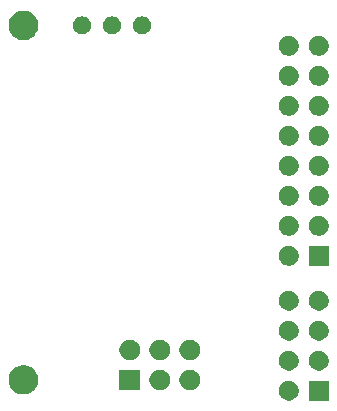
<source format=gbr>
G04 #@! TF.GenerationSoftware,KiCad,Pcbnew,5.1.5+dfsg1-2build2*
G04 #@! TF.CreationDate,2021-03-05T11:50:16+01:00*
G04 #@! TF.ProjectId,buttons,62757474-6f6e-4732-9e6b-696361645f70,rev?*
G04 #@! TF.SameCoordinates,Original*
G04 #@! TF.FileFunction,Soldermask,Bot*
G04 #@! TF.FilePolarity,Negative*
%FSLAX46Y46*%
G04 Gerber Fmt 4.6, Leading zero omitted, Abs format (unit mm)*
G04 Created by KiCad (PCBNEW 5.1.5+dfsg1-2build2) date 2021-03-05 11:50:16*
%MOMM*%
%LPD*%
G04 APERTURE LIST*
%ADD10C,0.100000*%
G04 APERTURE END LIST*
D10*
G36*
X227850000Y-122770000D02*
G01*
X226150000Y-122770000D01*
X226150000Y-121070000D01*
X227850000Y-121070000D01*
X227850000Y-122770000D01*
G37*
G36*
X224707935Y-121102664D02*
G01*
X224862624Y-121166739D01*
X224862626Y-121166740D01*
X225001844Y-121259762D01*
X225120238Y-121378156D01*
X225213260Y-121517374D01*
X225213261Y-121517376D01*
X225277336Y-121672065D01*
X225310000Y-121836281D01*
X225310000Y-122003719D01*
X225277336Y-122167935D01*
X225243343Y-122250000D01*
X225213260Y-122322626D01*
X225120238Y-122461844D01*
X225001844Y-122580238D01*
X224862626Y-122673260D01*
X224862625Y-122673261D01*
X224862624Y-122673261D01*
X224707935Y-122737336D01*
X224543719Y-122770000D01*
X224376281Y-122770000D01*
X224212065Y-122737336D01*
X224057376Y-122673261D01*
X224057375Y-122673261D01*
X224057374Y-122673260D01*
X223918156Y-122580238D01*
X223799762Y-122461844D01*
X223706740Y-122322626D01*
X223676657Y-122250000D01*
X223642664Y-122167935D01*
X223610000Y-122003719D01*
X223610000Y-121836281D01*
X223642664Y-121672065D01*
X223706739Y-121517376D01*
X223706740Y-121517374D01*
X223799762Y-121378156D01*
X223918156Y-121259762D01*
X224057374Y-121166740D01*
X224057376Y-121166739D01*
X224212065Y-121102664D01*
X224376281Y-121070000D01*
X224543719Y-121070000D01*
X224707935Y-121102664D01*
G37*
G36*
X202364610Y-119798036D02*
G01*
X202592095Y-119892264D01*
X202592097Y-119892265D01*
X202636365Y-119921844D01*
X202796828Y-120029062D01*
X202970938Y-120203172D01*
X203107736Y-120407905D01*
X203201964Y-120635390D01*
X203250000Y-120876884D01*
X203250000Y-121123116D01*
X203201964Y-121364610D01*
X203138686Y-121517376D01*
X203107735Y-121592097D01*
X202970938Y-121796828D01*
X202796828Y-121970938D01*
X202592097Y-122107735D01*
X202592096Y-122107736D01*
X202592095Y-122107736D01*
X202364610Y-122201964D01*
X202123116Y-122250000D01*
X201876884Y-122250000D01*
X201635390Y-122201964D01*
X201407905Y-122107736D01*
X201407904Y-122107736D01*
X201407903Y-122107735D01*
X201203172Y-121970938D01*
X201029062Y-121796828D01*
X200892265Y-121592097D01*
X200861314Y-121517376D01*
X200798036Y-121364610D01*
X200750000Y-121123116D01*
X200750000Y-120876884D01*
X200798036Y-120635390D01*
X200892264Y-120407905D01*
X201029062Y-120203172D01*
X201203172Y-120029062D01*
X201363635Y-119921844D01*
X201407903Y-119892265D01*
X201407905Y-119892264D01*
X201635390Y-119798036D01*
X201876884Y-119750000D01*
X202123116Y-119750000D01*
X202364610Y-119798036D01*
G37*
G36*
X211863600Y-121863600D02*
G01*
X210136400Y-121863600D01*
X210136400Y-120136400D01*
X211863600Y-120136400D01*
X211863600Y-121863600D01*
G37*
G36*
X216331903Y-120169587D02*
G01*
X216489068Y-120234687D01*
X216630513Y-120329198D01*
X216750802Y-120449487D01*
X216845313Y-120590932D01*
X216910413Y-120748097D01*
X216943600Y-120914943D01*
X216943600Y-121085057D01*
X216910413Y-121251903D01*
X216845313Y-121409068D01*
X216750802Y-121550513D01*
X216630513Y-121670802D01*
X216489068Y-121765313D01*
X216331903Y-121830413D01*
X216165057Y-121863600D01*
X215994943Y-121863600D01*
X215828097Y-121830413D01*
X215670932Y-121765313D01*
X215529487Y-121670802D01*
X215409198Y-121550513D01*
X215314687Y-121409068D01*
X215249587Y-121251903D01*
X215216400Y-121085057D01*
X215216400Y-120914943D01*
X215249587Y-120748097D01*
X215314687Y-120590932D01*
X215409198Y-120449487D01*
X215529487Y-120329198D01*
X215670932Y-120234687D01*
X215828097Y-120169587D01*
X215994943Y-120136400D01*
X216165057Y-120136400D01*
X216331903Y-120169587D01*
G37*
G36*
X213791903Y-120169587D02*
G01*
X213949068Y-120234687D01*
X214090513Y-120329198D01*
X214210802Y-120449487D01*
X214305313Y-120590932D01*
X214370413Y-120748097D01*
X214403600Y-120914943D01*
X214403600Y-121085057D01*
X214370413Y-121251903D01*
X214305313Y-121409068D01*
X214210802Y-121550513D01*
X214090513Y-121670802D01*
X213949068Y-121765313D01*
X213791903Y-121830413D01*
X213625057Y-121863600D01*
X213454943Y-121863600D01*
X213288097Y-121830413D01*
X213130932Y-121765313D01*
X212989487Y-121670802D01*
X212869198Y-121550513D01*
X212774687Y-121409068D01*
X212709587Y-121251903D01*
X212676400Y-121085057D01*
X212676400Y-120914943D01*
X212709587Y-120748097D01*
X212774687Y-120590932D01*
X212869198Y-120449487D01*
X212989487Y-120329198D01*
X213130932Y-120234687D01*
X213288097Y-120169587D01*
X213454943Y-120136400D01*
X213625057Y-120136400D01*
X213791903Y-120169587D01*
G37*
G36*
X227247935Y-118562664D02*
G01*
X227402624Y-118626739D01*
X227402626Y-118626740D01*
X227541844Y-118719762D01*
X227660238Y-118838156D01*
X227753260Y-118977374D01*
X227753261Y-118977376D01*
X227817336Y-119132065D01*
X227850000Y-119296281D01*
X227850000Y-119463719D01*
X227817336Y-119627935D01*
X227766774Y-119750000D01*
X227753260Y-119782626D01*
X227660238Y-119921844D01*
X227541844Y-120040238D01*
X227402626Y-120133260D01*
X227402625Y-120133261D01*
X227402624Y-120133261D01*
X227247935Y-120197336D01*
X227083719Y-120230000D01*
X226916281Y-120230000D01*
X226752065Y-120197336D01*
X226597376Y-120133261D01*
X226597375Y-120133261D01*
X226597374Y-120133260D01*
X226458156Y-120040238D01*
X226339762Y-119921844D01*
X226246740Y-119782626D01*
X226233226Y-119750000D01*
X226182664Y-119627935D01*
X226150000Y-119463719D01*
X226150000Y-119296281D01*
X226182664Y-119132065D01*
X226246739Y-118977376D01*
X226246740Y-118977374D01*
X226339762Y-118838156D01*
X226458156Y-118719762D01*
X226597374Y-118626740D01*
X226597376Y-118626739D01*
X226752065Y-118562664D01*
X226916281Y-118530000D01*
X227083719Y-118530000D01*
X227247935Y-118562664D01*
G37*
G36*
X224707935Y-118562664D02*
G01*
X224862624Y-118626739D01*
X224862626Y-118626740D01*
X225001844Y-118719762D01*
X225120238Y-118838156D01*
X225213260Y-118977374D01*
X225213261Y-118977376D01*
X225277336Y-119132065D01*
X225310000Y-119296281D01*
X225310000Y-119463719D01*
X225277336Y-119627935D01*
X225226774Y-119750000D01*
X225213260Y-119782626D01*
X225120238Y-119921844D01*
X225001844Y-120040238D01*
X224862626Y-120133260D01*
X224862625Y-120133261D01*
X224862624Y-120133261D01*
X224707935Y-120197336D01*
X224543719Y-120230000D01*
X224376281Y-120230000D01*
X224212065Y-120197336D01*
X224057376Y-120133261D01*
X224057375Y-120133261D01*
X224057374Y-120133260D01*
X223918156Y-120040238D01*
X223799762Y-119921844D01*
X223706740Y-119782626D01*
X223693226Y-119750000D01*
X223642664Y-119627935D01*
X223610000Y-119463719D01*
X223610000Y-119296281D01*
X223642664Y-119132065D01*
X223706739Y-118977376D01*
X223706740Y-118977374D01*
X223799762Y-118838156D01*
X223918156Y-118719762D01*
X224057374Y-118626740D01*
X224057376Y-118626739D01*
X224212065Y-118562664D01*
X224376281Y-118530000D01*
X224543719Y-118530000D01*
X224707935Y-118562664D01*
G37*
G36*
X216331903Y-117629587D02*
G01*
X216489068Y-117694687D01*
X216630513Y-117789198D01*
X216750802Y-117909487D01*
X216845313Y-118050932D01*
X216910413Y-118208097D01*
X216943600Y-118374943D01*
X216943600Y-118545057D01*
X216910413Y-118711903D01*
X216845313Y-118869068D01*
X216750802Y-119010513D01*
X216630513Y-119130802D01*
X216489068Y-119225313D01*
X216331903Y-119290413D01*
X216165057Y-119323600D01*
X215994943Y-119323600D01*
X215828097Y-119290413D01*
X215670932Y-119225313D01*
X215529487Y-119130802D01*
X215409198Y-119010513D01*
X215314687Y-118869068D01*
X215249587Y-118711903D01*
X215216400Y-118545057D01*
X215216400Y-118374943D01*
X215249587Y-118208097D01*
X215314687Y-118050932D01*
X215409198Y-117909487D01*
X215529487Y-117789198D01*
X215670932Y-117694687D01*
X215828097Y-117629587D01*
X215994943Y-117596400D01*
X216165057Y-117596400D01*
X216331903Y-117629587D01*
G37*
G36*
X211251903Y-117629587D02*
G01*
X211409068Y-117694687D01*
X211550513Y-117789198D01*
X211670802Y-117909487D01*
X211765313Y-118050932D01*
X211830413Y-118208097D01*
X211863600Y-118374943D01*
X211863600Y-118545057D01*
X211830413Y-118711903D01*
X211765313Y-118869068D01*
X211670802Y-119010513D01*
X211550513Y-119130802D01*
X211409068Y-119225313D01*
X211251903Y-119290413D01*
X211085057Y-119323600D01*
X210914943Y-119323600D01*
X210748097Y-119290413D01*
X210590932Y-119225313D01*
X210449487Y-119130802D01*
X210329198Y-119010513D01*
X210234687Y-118869068D01*
X210169587Y-118711903D01*
X210136400Y-118545057D01*
X210136400Y-118374943D01*
X210169587Y-118208097D01*
X210234687Y-118050932D01*
X210329198Y-117909487D01*
X210449487Y-117789198D01*
X210590932Y-117694687D01*
X210748097Y-117629587D01*
X210914943Y-117596400D01*
X211085057Y-117596400D01*
X211251903Y-117629587D01*
G37*
G36*
X213791903Y-117629587D02*
G01*
X213949068Y-117694687D01*
X214090513Y-117789198D01*
X214210802Y-117909487D01*
X214305313Y-118050932D01*
X214370413Y-118208097D01*
X214403600Y-118374943D01*
X214403600Y-118545057D01*
X214370413Y-118711903D01*
X214305313Y-118869068D01*
X214210802Y-119010513D01*
X214090513Y-119130802D01*
X213949068Y-119225313D01*
X213791903Y-119290413D01*
X213625057Y-119323600D01*
X213454943Y-119323600D01*
X213288097Y-119290413D01*
X213130932Y-119225313D01*
X212989487Y-119130802D01*
X212869198Y-119010513D01*
X212774687Y-118869068D01*
X212709587Y-118711903D01*
X212676400Y-118545057D01*
X212676400Y-118374943D01*
X212709587Y-118208097D01*
X212774687Y-118050932D01*
X212869198Y-117909487D01*
X212989487Y-117789198D01*
X213130932Y-117694687D01*
X213288097Y-117629587D01*
X213454943Y-117596400D01*
X213625057Y-117596400D01*
X213791903Y-117629587D01*
G37*
G36*
X224707935Y-116022664D02*
G01*
X224862624Y-116086739D01*
X224862626Y-116086740D01*
X225001844Y-116179762D01*
X225120238Y-116298156D01*
X225213260Y-116437374D01*
X225213261Y-116437376D01*
X225277336Y-116592065D01*
X225310000Y-116756281D01*
X225310000Y-116923719D01*
X225277336Y-117087935D01*
X225213261Y-117242624D01*
X225213260Y-117242626D01*
X225120238Y-117381844D01*
X225001844Y-117500238D01*
X224862626Y-117593260D01*
X224862625Y-117593261D01*
X224862624Y-117593261D01*
X224707935Y-117657336D01*
X224543719Y-117690000D01*
X224376281Y-117690000D01*
X224212065Y-117657336D01*
X224057376Y-117593261D01*
X224057375Y-117593261D01*
X224057374Y-117593260D01*
X223918156Y-117500238D01*
X223799762Y-117381844D01*
X223706740Y-117242626D01*
X223706739Y-117242624D01*
X223642664Y-117087935D01*
X223610000Y-116923719D01*
X223610000Y-116756281D01*
X223642664Y-116592065D01*
X223706739Y-116437376D01*
X223706740Y-116437374D01*
X223799762Y-116298156D01*
X223918156Y-116179762D01*
X224057374Y-116086740D01*
X224057376Y-116086739D01*
X224212065Y-116022664D01*
X224376281Y-115990000D01*
X224543719Y-115990000D01*
X224707935Y-116022664D01*
G37*
G36*
X227247935Y-116022664D02*
G01*
X227402624Y-116086739D01*
X227402626Y-116086740D01*
X227541844Y-116179762D01*
X227660238Y-116298156D01*
X227753260Y-116437374D01*
X227753261Y-116437376D01*
X227817336Y-116592065D01*
X227850000Y-116756281D01*
X227850000Y-116923719D01*
X227817336Y-117087935D01*
X227753261Y-117242624D01*
X227753260Y-117242626D01*
X227660238Y-117381844D01*
X227541844Y-117500238D01*
X227402626Y-117593260D01*
X227402625Y-117593261D01*
X227402624Y-117593261D01*
X227247935Y-117657336D01*
X227083719Y-117690000D01*
X226916281Y-117690000D01*
X226752065Y-117657336D01*
X226597376Y-117593261D01*
X226597375Y-117593261D01*
X226597374Y-117593260D01*
X226458156Y-117500238D01*
X226339762Y-117381844D01*
X226246740Y-117242626D01*
X226246739Y-117242624D01*
X226182664Y-117087935D01*
X226150000Y-116923719D01*
X226150000Y-116756281D01*
X226182664Y-116592065D01*
X226246739Y-116437376D01*
X226246740Y-116437374D01*
X226339762Y-116298156D01*
X226458156Y-116179762D01*
X226597374Y-116086740D01*
X226597376Y-116086739D01*
X226752065Y-116022664D01*
X226916281Y-115990000D01*
X227083719Y-115990000D01*
X227247935Y-116022664D01*
G37*
G36*
X227247935Y-113482664D02*
G01*
X227402624Y-113546739D01*
X227402626Y-113546740D01*
X227541844Y-113639762D01*
X227660238Y-113758156D01*
X227753260Y-113897374D01*
X227753261Y-113897376D01*
X227817336Y-114052065D01*
X227850000Y-114216281D01*
X227850000Y-114383719D01*
X227817336Y-114547935D01*
X227753261Y-114702624D01*
X227753260Y-114702626D01*
X227660238Y-114841844D01*
X227541844Y-114960238D01*
X227402626Y-115053260D01*
X227402625Y-115053261D01*
X227402624Y-115053261D01*
X227247935Y-115117336D01*
X227083719Y-115150000D01*
X226916281Y-115150000D01*
X226752065Y-115117336D01*
X226597376Y-115053261D01*
X226597375Y-115053261D01*
X226597374Y-115053260D01*
X226458156Y-114960238D01*
X226339762Y-114841844D01*
X226246740Y-114702626D01*
X226246739Y-114702624D01*
X226182664Y-114547935D01*
X226150000Y-114383719D01*
X226150000Y-114216281D01*
X226182664Y-114052065D01*
X226246739Y-113897376D01*
X226246740Y-113897374D01*
X226339762Y-113758156D01*
X226458156Y-113639762D01*
X226597374Y-113546740D01*
X226597376Y-113546739D01*
X226752065Y-113482664D01*
X226916281Y-113450000D01*
X227083719Y-113450000D01*
X227247935Y-113482664D01*
G37*
G36*
X224707935Y-113482664D02*
G01*
X224862624Y-113546739D01*
X224862626Y-113546740D01*
X225001844Y-113639762D01*
X225120238Y-113758156D01*
X225213260Y-113897374D01*
X225213261Y-113897376D01*
X225277336Y-114052065D01*
X225310000Y-114216281D01*
X225310000Y-114383719D01*
X225277336Y-114547935D01*
X225213261Y-114702624D01*
X225213260Y-114702626D01*
X225120238Y-114841844D01*
X225001844Y-114960238D01*
X224862626Y-115053260D01*
X224862625Y-115053261D01*
X224862624Y-115053261D01*
X224707935Y-115117336D01*
X224543719Y-115150000D01*
X224376281Y-115150000D01*
X224212065Y-115117336D01*
X224057376Y-115053261D01*
X224057375Y-115053261D01*
X224057374Y-115053260D01*
X223918156Y-114960238D01*
X223799762Y-114841844D01*
X223706740Y-114702626D01*
X223706739Y-114702624D01*
X223642664Y-114547935D01*
X223610000Y-114383719D01*
X223610000Y-114216281D01*
X223642664Y-114052065D01*
X223706739Y-113897376D01*
X223706740Y-113897374D01*
X223799762Y-113758156D01*
X223918156Y-113639762D01*
X224057374Y-113546740D01*
X224057376Y-113546739D01*
X224212065Y-113482664D01*
X224376281Y-113450000D01*
X224543719Y-113450000D01*
X224707935Y-113482664D01*
G37*
G36*
X224707935Y-109682664D02*
G01*
X224862624Y-109746739D01*
X224862626Y-109746740D01*
X225001844Y-109839762D01*
X225120238Y-109958156D01*
X225213260Y-110097374D01*
X225213261Y-110097376D01*
X225277336Y-110252065D01*
X225310000Y-110416281D01*
X225310000Y-110583719D01*
X225277336Y-110747935D01*
X225213261Y-110902624D01*
X225213260Y-110902626D01*
X225120238Y-111041844D01*
X225001844Y-111160238D01*
X224862626Y-111253260D01*
X224862625Y-111253261D01*
X224862624Y-111253261D01*
X224707935Y-111317336D01*
X224543719Y-111350000D01*
X224376281Y-111350000D01*
X224212065Y-111317336D01*
X224057376Y-111253261D01*
X224057375Y-111253261D01*
X224057374Y-111253260D01*
X223918156Y-111160238D01*
X223799762Y-111041844D01*
X223706740Y-110902626D01*
X223706739Y-110902624D01*
X223642664Y-110747935D01*
X223610000Y-110583719D01*
X223610000Y-110416281D01*
X223642664Y-110252065D01*
X223706739Y-110097376D01*
X223706740Y-110097374D01*
X223799762Y-109958156D01*
X223918156Y-109839762D01*
X224057374Y-109746740D01*
X224057376Y-109746739D01*
X224212065Y-109682664D01*
X224376281Y-109650000D01*
X224543719Y-109650000D01*
X224707935Y-109682664D01*
G37*
G36*
X227850000Y-111350000D02*
G01*
X226150000Y-111350000D01*
X226150000Y-109650000D01*
X227850000Y-109650000D01*
X227850000Y-111350000D01*
G37*
G36*
X227247935Y-107142664D02*
G01*
X227402624Y-107206739D01*
X227402626Y-107206740D01*
X227541844Y-107299762D01*
X227660238Y-107418156D01*
X227753260Y-107557374D01*
X227753261Y-107557376D01*
X227817336Y-107712065D01*
X227850000Y-107876281D01*
X227850000Y-108043719D01*
X227817336Y-108207935D01*
X227753261Y-108362624D01*
X227753260Y-108362626D01*
X227660238Y-108501844D01*
X227541844Y-108620238D01*
X227402626Y-108713260D01*
X227402625Y-108713261D01*
X227402624Y-108713261D01*
X227247935Y-108777336D01*
X227083719Y-108810000D01*
X226916281Y-108810000D01*
X226752065Y-108777336D01*
X226597376Y-108713261D01*
X226597375Y-108713261D01*
X226597374Y-108713260D01*
X226458156Y-108620238D01*
X226339762Y-108501844D01*
X226246740Y-108362626D01*
X226246739Y-108362624D01*
X226182664Y-108207935D01*
X226150000Y-108043719D01*
X226150000Y-107876281D01*
X226182664Y-107712065D01*
X226246739Y-107557376D01*
X226246740Y-107557374D01*
X226339762Y-107418156D01*
X226458156Y-107299762D01*
X226597374Y-107206740D01*
X226597376Y-107206739D01*
X226752065Y-107142664D01*
X226916281Y-107110000D01*
X227083719Y-107110000D01*
X227247935Y-107142664D01*
G37*
G36*
X224707935Y-107142664D02*
G01*
X224862624Y-107206739D01*
X224862626Y-107206740D01*
X225001844Y-107299762D01*
X225120238Y-107418156D01*
X225213260Y-107557374D01*
X225213261Y-107557376D01*
X225277336Y-107712065D01*
X225310000Y-107876281D01*
X225310000Y-108043719D01*
X225277336Y-108207935D01*
X225213261Y-108362624D01*
X225213260Y-108362626D01*
X225120238Y-108501844D01*
X225001844Y-108620238D01*
X224862626Y-108713260D01*
X224862625Y-108713261D01*
X224862624Y-108713261D01*
X224707935Y-108777336D01*
X224543719Y-108810000D01*
X224376281Y-108810000D01*
X224212065Y-108777336D01*
X224057376Y-108713261D01*
X224057375Y-108713261D01*
X224057374Y-108713260D01*
X223918156Y-108620238D01*
X223799762Y-108501844D01*
X223706740Y-108362626D01*
X223706739Y-108362624D01*
X223642664Y-108207935D01*
X223610000Y-108043719D01*
X223610000Y-107876281D01*
X223642664Y-107712065D01*
X223706739Y-107557376D01*
X223706740Y-107557374D01*
X223799762Y-107418156D01*
X223918156Y-107299762D01*
X224057374Y-107206740D01*
X224057376Y-107206739D01*
X224212065Y-107142664D01*
X224376281Y-107110000D01*
X224543719Y-107110000D01*
X224707935Y-107142664D01*
G37*
G36*
X224707935Y-104602664D02*
G01*
X224862624Y-104666739D01*
X224862626Y-104666740D01*
X225001844Y-104759762D01*
X225120238Y-104878156D01*
X225213260Y-105017374D01*
X225213261Y-105017376D01*
X225277336Y-105172065D01*
X225310000Y-105336281D01*
X225310000Y-105503719D01*
X225277336Y-105667935D01*
X225213261Y-105822624D01*
X225213260Y-105822626D01*
X225120238Y-105961844D01*
X225001844Y-106080238D01*
X224862626Y-106173260D01*
X224862625Y-106173261D01*
X224862624Y-106173261D01*
X224707935Y-106237336D01*
X224543719Y-106270000D01*
X224376281Y-106270000D01*
X224212065Y-106237336D01*
X224057376Y-106173261D01*
X224057375Y-106173261D01*
X224057374Y-106173260D01*
X223918156Y-106080238D01*
X223799762Y-105961844D01*
X223706740Y-105822626D01*
X223706739Y-105822624D01*
X223642664Y-105667935D01*
X223610000Y-105503719D01*
X223610000Y-105336281D01*
X223642664Y-105172065D01*
X223706739Y-105017376D01*
X223706740Y-105017374D01*
X223799762Y-104878156D01*
X223918156Y-104759762D01*
X224057374Y-104666740D01*
X224057376Y-104666739D01*
X224212065Y-104602664D01*
X224376281Y-104570000D01*
X224543719Y-104570000D01*
X224707935Y-104602664D01*
G37*
G36*
X227247935Y-104602664D02*
G01*
X227402624Y-104666739D01*
X227402626Y-104666740D01*
X227541844Y-104759762D01*
X227660238Y-104878156D01*
X227753260Y-105017374D01*
X227753261Y-105017376D01*
X227817336Y-105172065D01*
X227850000Y-105336281D01*
X227850000Y-105503719D01*
X227817336Y-105667935D01*
X227753261Y-105822624D01*
X227753260Y-105822626D01*
X227660238Y-105961844D01*
X227541844Y-106080238D01*
X227402626Y-106173260D01*
X227402625Y-106173261D01*
X227402624Y-106173261D01*
X227247935Y-106237336D01*
X227083719Y-106270000D01*
X226916281Y-106270000D01*
X226752065Y-106237336D01*
X226597376Y-106173261D01*
X226597375Y-106173261D01*
X226597374Y-106173260D01*
X226458156Y-106080238D01*
X226339762Y-105961844D01*
X226246740Y-105822626D01*
X226246739Y-105822624D01*
X226182664Y-105667935D01*
X226150000Y-105503719D01*
X226150000Y-105336281D01*
X226182664Y-105172065D01*
X226246739Y-105017376D01*
X226246740Y-105017374D01*
X226339762Y-104878156D01*
X226458156Y-104759762D01*
X226597374Y-104666740D01*
X226597376Y-104666739D01*
X226752065Y-104602664D01*
X226916281Y-104570000D01*
X227083719Y-104570000D01*
X227247935Y-104602664D01*
G37*
G36*
X224707935Y-102062664D02*
G01*
X224862624Y-102126739D01*
X224862626Y-102126740D01*
X225001844Y-102219762D01*
X225120238Y-102338156D01*
X225213260Y-102477374D01*
X225213261Y-102477376D01*
X225277336Y-102632065D01*
X225310000Y-102796281D01*
X225310000Y-102963719D01*
X225277336Y-103127935D01*
X225213261Y-103282624D01*
X225213260Y-103282626D01*
X225120238Y-103421844D01*
X225001844Y-103540238D01*
X224862626Y-103633260D01*
X224862625Y-103633261D01*
X224862624Y-103633261D01*
X224707935Y-103697336D01*
X224543719Y-103730000D01*
X224376281Y-103730000D01*
X224212065Y-103697336D01*
X224057376Y-103633261D01*
X224057375Y-103633261D01*
X224057374Y-103633260D01*
X223918156Y-103540238D01*
X223799762Y-103421844D01*
X223706740Y-103282626D01*
X223706739Y-103282624D01*
X223642664Y-103127935D01*
X223610000Y-102963719D01*
X223610000Y-102796281D01*
X223642664Y-102632065D01*
X223706739Y-102477376D01*
X223706740Y-102477374D01*
X223799762Y-102338156D01*
X223918156Y-102219762D01*
X224057374Y-102126740D01*
X224057376Y-102126739D01*
X224212065Y-102062664D01*
X224376281Y-102030000D01*
X224543719Y-102030000D01*
X224707935Y-102062664D01*
G37*
G36*
X227247935Y-102062664D02*
G01*
X227402624Y-102126739D01*
X227402626Y-102126740D01*
X227541844Y-102219762D01*
X227660238Y-102338156D01*
X227753260Y-102477374D01*
X227753261Y-102477376D01*
X227817336Y-102632065D01*
X227850000Y-102796281D01*
X227850000Y-102963719D01*
X227817336Y-103127935D01*
X227753261Y-103282624D01*
X227753260Y-103282626D01*
X227660238Y-103421844D01*
X227541844Y-103540238D01*
X227402626Y-103633260D01*
X227402625Y-103633261D01*
X227402624Y-103633261D01*
X227247935Y-103697336D01*
X227083719Y-103730000D01*
X226916281Y-103730000D01*
X226752065Y-103697336D01*
X226597376Y-103633261D01*
X226597375Y-103633261D01*
X226597374Y-103633260D01*
X226458156Y-103540238D01*
X226339762Y-103421844D01*
X226246740Y-103282626D01*
X226246739Y-103282624D01*
X226182664Y-103127935D01*
X226150000Y-102963719D01*
X226150000Y-102796281D01*
X226182664Y-102632065D01*
X226246739Y-102477376D01*
X226246740Y-102477374D01*
X226339762Y-102338156D01*
X226458156Y-102219762D01*
X226597374Y-102126740D01*
X226597376Y-102126739D01*
X226752065Y-102062664D01*
X226916281Y-102030000D01*
X227083719Y-102030000D01*
X227247935Y-102062664D01*
G37*
G36*
X224707935Y-99522664D02*
G01*
X224862624Y-99586739D01*
X224862626Y-99586740D01*
X225001844Y-99679762D01*
X225120238Y-99798156D01*
X225213260Y-99937374D01*
X225213261Y-99937376D01*
X225277336Y-100092065D01*
X225310000Y-100256281D01*
X225310000Y-100423719D01*
X225277336Y-100587935D01*
X225213261Y-100742624D01*
X225213260Y-100742626D01*
X225120238Y-100881844D01*
X225001844Y-101000238D01*
X224862626Y-101093260D01*
X224862625Y-101093261D01*
X224862624Y-101093261D01*
X224707935Y-101157336D01*
X224543719Y-101190000D01*
X224376281Y-101190000D01*
X224212065Y-101157336D01*
X224057376Y-101093261D01*
X224057375Y-101093261D01*
X224057374Y-101093260D01*
X223918156Y-101000238D01*
X223799762Y-100881844D01*
X223706740Y-100742626D01*
X223706739Y-100742624D01*
X223642664Y-100587935D01*
X223610000Y-100423719D01*
X223610000Y-100256281D01*
X223642664Y-100092065D01*
X223706739Y-99937376D01*
X223706740Y-99937374D01*
X223799762Y-99798156D01*
X223918156Y-99679762D01*
X224057374Y-99586740D01*
X224057376Y-99586739D01*
X224212065Y-99522664D01*
X224376281Y-99490000D01*
X224543719Y-99490000D01*
X224707935Y-99522664D01*
G37*
G36*
X227247935Y-99522664D02*
G01*
X227402624Y-99586739D01*
X227402626Y-99586740D01*
X227541844Y-99679762D01*
X227660238Y-99798156D01*
X227753260Y-99937374D01*
X227753261Y-99937376D01*
X227817336Y-100092065D01*
X227850000Y-100256281D01*
X227850000Y-100423719D01*
X227817336Y-100587935D01*
X227753261Y-100742624D01*
X227753260Y-100742626D01*
X227660238Y-100881844D01*
X227541844Y-101000238D01*
X227402626Y-101093260D01*
X227402625Y-101093261D01*
X227402624Y-101093261D01*
X227247935Y-101157336D01*
X227083719Y-101190000D01*
X226916281Y-101190000D01*
X226752065Y-101157336D01*
X226597376Y-101093261D01*
X226597375Y-101093261D01*
X226597374Y-101093260D01*
X226458156Y-101000238D01*
X226339762Y-100881844D01*
X226246740Y-100742626D01*
X226246739Y-100742624D01*
X226182664Y-100587935D01*
X226150000Y-100423719D01*
X226150000Y-100256281D01*
X226182664Y-100092065D01*
X226246739Y-99937376D01*
X226246740Y-99937374D01*
X226339762Y-99798156D01*
X226458156Y-99679762D01*
X226597374Y-99586740D01*
X226597376Y-99586739D01*
X226752065Y-99522664D01*
X226916281Y-99490000D01*
X227083719Y-99490000D01*
X227247935Y-99522664D01*
G37*
G36*
X227247935Y-96982664D02*
G01*
X227402624Y-97046739D01*
X227402626Y-97046740D01*
X227541844Y-97139762D01*
X227660238Y-97258156D01*
X227753260Y-97397374D01*
X227753261Y-97397376D01*
X227817336Y-97552065D01*
X227850000Y-97716281D01*
X227850000Y-97883719D01*
X227817336Y-98047935D01*
X227753261Y-98202624D01*
X227753260Y-98202626D01*
X227660238Y-98341844D01*
X227541844Y-98460238D01*
X227402626Y-98553260D01*
X227402625Y-98553261D01*
X227402624Y-98553261D01*
X227247935Y-98617336D01*
X227083719Y-98650000D01*
X226916281Y-98650000D01*
X226752065Y-98617336D01*
X226597376Y-98553261D01*
X226597375Y-98553261D01*
X226597374Y-98553260D01*
X226458156Y-98460238D01*
X226339762Y-98341844D01*
X226246740Y-98202626D01*
X226246739Y-98202624D01*
X226182664Y-98047935D01*
X226150000Y-97883719D01*
X226150000Y-97716281D01*
X226182664Y-97552065D01*
X226246739Y-97397376D01*
X226246740Y-97397374D01*
X226339762Y-97258156D01*
X226458156Y-97139762D01*
X226597374Y-97046740D01*
X226597376Y-97046739D01*
X226752065Y-96982664D01*
X226916281Y-96950000D01*
X227083719Y-96950000D01*
X227247935Y-96982664D01*
G37*
G36*
X224707935Y-96982664D02*
G01*
X224862624Y-97046739D01*
X224862626Y-97046740D01*
X225001844Y-97139762D01*
X225120238Y-97258156D01*
X225213260Y-97397374D01*
X225213261Y-97397376D01*
X225277336Y-97552065D01*
X225310000Y-97716281D01*
X225310000Y-97883719D01*
X225277336Y-98047935D01*
X225213261Y-98202624D01*
X225213260Y-98202626D01*
X225120238Y-98341844D01*
X225001844Y-98460238D01*
X224862626Y-98553260D01*
X224862625Y-98553261D01*
X224862624Y-98553261D01*
X224707935Y-98617336D01*
X224543719Y-98650000D01*
X224376281Y-98650000D01*
X224212065Y-98617336D01*
X224057376Y-98553261D01*
X224057375Y-98553261D01*
X224057374Y-98553260D01*
X223918156Y-98460238D01*
X223799762Y-98341844D01*
X223706740Y-98202626D01*
X223706739Y-98202624D01*
X223642664Y-98047935D01*
X223610000Y-97883719D01*
X223610000Y-97716281D01*
X223642664Y-97552065D01*
X223706739Y-97397376D01*
X223706740Y-97397374D01*
X223799762Y-97258156D01*
X223918156Y-97139762D01*
X224057374Y-97046740D01*
X224057376Y-97046739D01*
X224212065Y-96982664D01*
X224376281Y-96950000D01*
X224543719Y-96950000D01*
X224707935Y-96982664D01*
G37*
G36*
X224707935Y-94442664D02*
G01*
X224862624Y-94506739D01*
X224862626Y-94506740D01*
X225001844Y-94599762D01*
X225120238Y-94718156D01*
X225213260Y-94857374D01*
X225213261Y-94857376D01*
X225277336Y-95012065D01*
X225310000Y-95176281D01*
X225310000Y-95343719D01*
X225277336Y-95507935D01*
X225213261Y-95662624D01*
X225213260Y-95662626D01*
X225120238Y-95801844D01*
X225001844Y-95920238D01*
X224862626Y-96013260D01*
X224862625Y-96013261D01*
X224862624Y-96013261D01*
X224707935Y-96077336D01*
X224543719Y-96110000D01*
X224376281Y-96110000D01*
X224212065Y-96077336D01*
X224057376Y-96013261D01*
X224057375Y-96013261D01*
X224057374Y-96013260D01*
X223918156Y-95920238D01*
X223799762Y-95801844D01*
X223706740Y-95662626D01*
X223706739Y-95662624D01*
X223642664Y-95507935D01*
X223610000Y-95343719D01*
X223610000Y-95176281D01*
X223642664Y-95012065D01*
X223706739Y-94857376D01*
X223706740Y-94857374D01*
X223799762Y-94718156D01*
X223918156Y-94599762D01*
X224057374Y-94506740D01*
X224057376Y-94506739D01*
X224212065Y-94442664D01*
X224376281Y-94410000D01*
X224543719Y-94410000D01*
X224707935Y-94442664D01*
G37*
G36*
X227247935Y-94442664D02*
G01*
X227402624Y-94506739D01*
X227402626Y-94506740D01*
X227541844Y-94599762D01*
X227660238Y-94718156D01*
X227753260Y-94857374D01*
X227753261Y-94857376D01*
X227817336Y-95012065D01*
X227850000Y-95176281D01*
X227850000Y-95343719D01*
X227817336Y-95507935D01*
X227753261Y-95662624D01*
X227753260Y-95662626D01*
X227660238Y-95801844D01*
X227541844Y-95920238D01*
X227402626Y-96013260D01*
X227402625Y-96013261D01*
X227402624Y-96013261D01*
X227247935Y-96077336D01*
X227083719Y-96110000D01*
X226916281Y-96110000D01*
X226752065Y-96077336D01*
X226597376Y-96013261D01*
X226597375Y-96013261D01*
X226597374Y-96013260D01*
X226458156Y-95920238D01*
X226339762Y-95801844D01*
X226246740Y-95662626D01*
X226246739Y-95662624D01*
X226182664Y-95507935D01*
X226150000Y-95343719D01*
X226150000Y-95176281D01*
X226182664Y-95012065D01*
X226246739Y-94857376D01*
X226246740Y-94857374D01*
X226339762Y-94718156D01*
X226458156Y-94599762D01*
X226597374Y-94506740D01*
X226597376Y-94506739D01*
X226752065Y-94442664D01*
X226916281Y-94410000D01*
X227083719Y-94410000D01*
X227247935Y-94442664D01*
G37*
G36*
X224707935Y-91902664D02*
G01*
X224862624Y-91966739D01*
X224862626Y-91966740D01*
X225001844Y-92059762D01*
X225120238Y-92178156D01*
X225168242Y-92250000D01*
X225213261Y-92317376D01*
X225277336Y-92472065D01*
X225310000Y-92636281D01*
X225310000Y-92803719D01*
X225277336Y-92967935D01*
X225213261Y-93122624D01*
X225213260Y-93122626D01*
X225120238Y-93261844D01*
X225001844Y-93380238D01*
X224862626Y-93473260D01*
X224862625Y-93473261D01*
X224862624Y-93473261D01*
X224707935Y-93537336D01*
X224543719Y-93570000D01*
X224376281Y-93570000D01*
X224212065Y-93537336D01*
X224057376Y-93473261D01*
X224057375Y-93473261D01*
X224057374Y-93473260D01*
X223918156Y-93380238D01*
X223799762Y-93261844D01*
X223706740Y-93122626D01*
X223706739Y-93122624D01*
X223642664Y-92967935D01*
X223610000Y-92803719D01*
X223610000Y-92636281D01*
X223642664Y-92472065D01*
X223706739Y-92317376D01*
X223751758Y-92250000D01*
X223799762Y-92178156D01*
X223918156Y-92059762D01*
X224057374Y-91966740D01*
X224057376Y-91966739D01*
X224212065Y-91902664D01*
X224376281Y-91870000D01*
X224543719Y-91870000D01*
X224707935Y-91902664D01*
G37*
G36*
X227247935Y-91902664D02*
G01*
X227402624Y-91966739D01*
X227402626Y-91966740D01*
X227541844Y-92059762D01*
X227660238Y-92178156D01*
X227708242Y-92250000D01*
X227753261Y-92317376D01*
X227817336Y-92472065D01*
X227850000Y-92636281D01*
X227850000Y-92803719D01*
X227817336Y-92967935D01*
X227753261Y-93122624D01*
X227753260Y-93122626D01*
X227660238Y-93261844D01*
X227541844Y-93380238D01*
X227402626Y-93473260D01*
X227402625Y-93473261D01*
X227402624Y-93473261D01*
X227247935Y-93537336D01*
X227083719Y-93570000D01*
X226916281Y-93570000D01*
X226752065Y-93537336D01*
X226597376Y-93473261D01*
X226597375Y-93473261D01*
X226597374Y-93473260D01*
X226458156Y-93380238D01*
X226339762Y-93261844D01*
X226246740Y-93122626D01*
X226246739Y-93122624D01*
X226182664Y-92967935D01*
X226150000Y-92803719D01*
X226150000Y-92636281D01*
X226182664Y-92472065D01*
X226246739Y-92317376D01*
X226291758Y-92250000D01*
X226339762Y-92178156D01*
X226458156Y-92059762D01*
X226597374Y-91966740D01*
X226597376Y-91966739D01*
X226752065Y-91902664D01*
X226916281Y-91870000D01*
X227083719Y-91870000D01*
X227247935Y-91902664D01*
G37*
G36*
X202364610Y-89798036D02*
G01*
X202592095Y-89892264D01*
X202592097Y-89892265D01*
X202796828Y-90029062D01*
X202970938Y-90203172D01*
X203052157Y-90324724D01*
X203107736Y-90407905D01*
X203201964Y-90635390D01*
X203250000Y-90876884D01*
X203250000Y-91123116D01*
X203201964Y-91364610D01*
X203151787Y-91485746D01*
X203107735Y-91592097D01*
X202970938Y-91796828D01*
X202796828Y-91970938D01*
X202592097Y-92107735D01*
X202592096Y-92107736D01*
X202592095Y-92107736D01*
X202364610Y-92201964D01*
X202123116Y-92250000D01*
X201876884Y-92250000D01*
X201635390Y-92201964D01*
X201407905Y-92107736D01*
X201407904Y-92107736D01*
X201407903Y-92107735D01*
X201203172Y-91970938D01*
X201029062Y-91796828D01*
X200892265Y-91592097D01*
X200848213Y-91485746D01*
X200798036Y-91364610D01*
X200750000Y-91123116D01*
X200750000Y-90876884D01*
X200798036Y-90635390D01*
X200892264Y-90407905D01*
X200947844Y-90324724D01*
X201029062Y-90203172D01*
X201203172Y-90029062D01*
X201407903Y-89892265D01*
X201407905Y-89892264D01*
X201635390Y-89798036D01*
X201876884Y-89750000D01*
X202123116Y-89750000D01*
X202364610Y-89798036D01*
G37*
G36*
X207133195Y-90257522D02*
G01*
X207182267Y-90267283D01*
X207320942Y-90324724D01*
X207445747Y-90408116D01*
X207551884Y-90514253D01*
X207635276Y-90639058D01*
X207692717Y-90777733D01*
X207722000Y-90924950D01*
X207722000Y-91075050D01*
X207692717Y-91222267D01*
X207635276Y-91360942D01*
X207551884Y-91485747D01*
X207445747Y-91591884D01*
X207320942Y-91675276D01*
X207182267Y-91732717D01*
X207133195Y-91742478D01*
X207035052Y-91762000D01*
X206884948Y-91762000D01*
X206786805Y-91742478D01*
X206737733Y-91732717D01*
X206599058Y-91675276D01*
X206474253Y-91591884D01*
X206368116Y-91485747D01*
X206284724Y-91360942D01*
X206227283Y-91222267D01*
X206198000Y-91075050D01*
X206198000Y-90924950D01*
X206227283Y-90777733D01*
X206284724Y-90639058D01*
X206368116Y-90514253D01*
X206474253Y-90408116D01*
X206599058Y-90324724D01*
X206737733Y-90267283D01*
X206786805Y-90257522D01*
X206884948Y-90238000D01*
X207035052Y-90238000D01*
X207133195Y-90257522D01*
G37*
G36*
X209673195Y-90257522D02*
G01*
X209722267Y-90267283D01*
X209860942Y-90324724D01*
X209985747Y-90408116D01*
X210091884Y-90514253D01*
X210175276Y-90639058D01*
X210232717Y-90777733D01*
X210262000Y-90924950D01*
X210262000Y-91075050D01*
X210232717Y-91222267D01*
X210175276Y-91360942D01*
X210091884Y-91485747D01*
X209985747Y-91591884D01*
X209860942Y-91675276D01*
X209722267Y-91732717D01*
X209673195Y-91742478D01*
X209575052Y-91762000D01*
X209424948Y-91762000D01*
X209326805Y-91742478D01*
X209277733Y-91732717D01*
X209139058Y-91675276D01*
X209014253Y-91591884D01*
X208908116Y-91485747D01*
X208824724Y-91360942D01*
X208767283Y-91222267D01*
X208738000Y-91075050D01*
X208738000Y-90924950D01*
X208767283Y-90777733D01*
X208824724Y-90639058D01*
X208908116Y-90514253D01*
X209014253Y-90408116D01*
X209139058Y-90324724D01*
X209277733Y-90267283D01*
X209326805Y-90257522D01*
X209424948Y-90238000D01*
X209575052Y-90238000D01*
X209673195Y-90257522D01*
G37*
G36*
X212213195Y-90257522D02*
G01*
X212262267Y-90267283D01*
X212400942Y-90324724D01*
X212525747Y-90408116D01*
X212631884Y-90514253D01*
X212715276Y-90639058D01*
X212772717Y-90777733D01*
X212802000Y-90924950D01*
X212802000Y-91075050D01*
X212772717Y-91222267D01*
X212715276Y-91360942D01*
X212631884Y-91485747D01*
X212525747Y-91591884D01*
X212400942Y-91675276D01*
X212262267Y-91732717D01*
X212213195Y-91742478D01*
X212115052Y-91762000D01*
X211964948Y-91762000D01*
X211866805Y-91742478D01*
X211817733Y-91732717D01*
X211679058Y-91675276D01*
X211554253Y-91591884D01*
X211448116Y-91485747D01*
X211364724Y-91360942D01*
X211307283Y-91222267D01*
X211278000Y-91075050D01*
X211278000Y-90924950D01*
X211307283Y-90777733D01*
X211364724Y-90639058D01*
X211448116Y-90514253D01*
X211554253Y-90408116D01*
X211679058Y-90324724D01*
X211817733Y-90267283D01*
X211866805Y-90257522D01*
X211964948Y-90238000D01*
X212115052Y-90238000D01*
X212213195Y-90257522D01*
G37*
M02*

</source>
